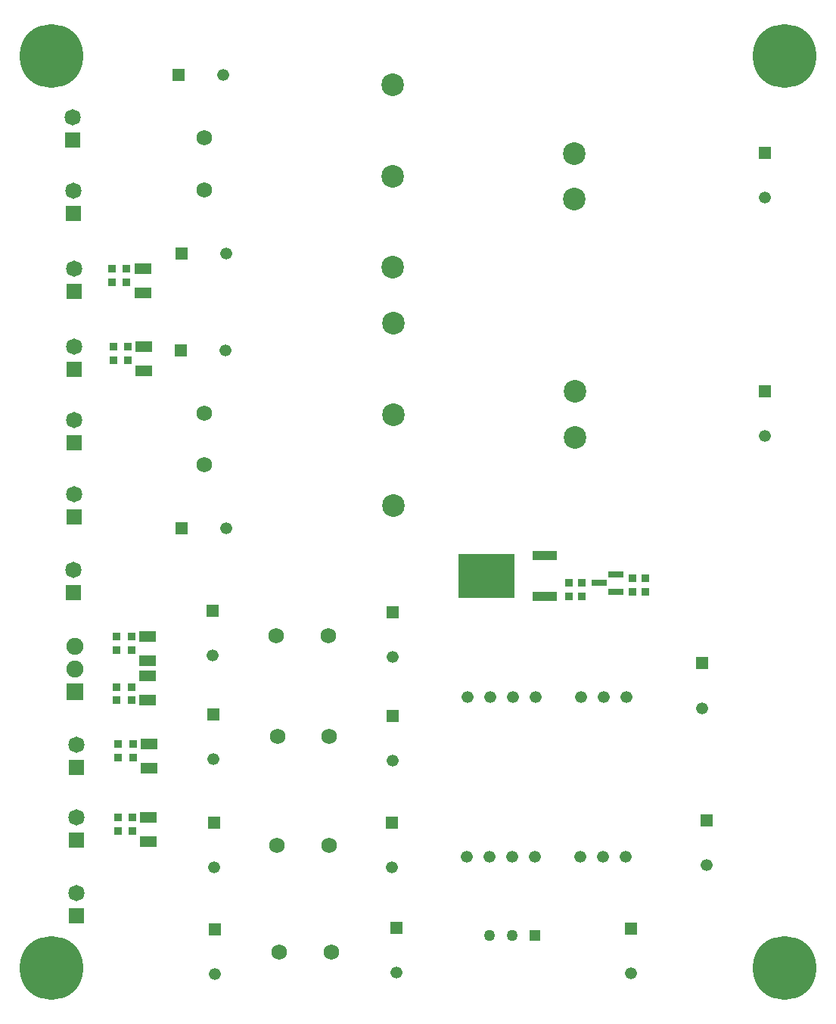
<source format=gbr>
G04 Layer_Color=8388736*
%FSLAX45Y45*%
%MOMM*%
%TF.FileFunction,Soldermask,Top*%
%TF.Part,Single*%
G01*
G75*
%TA.AperFunction,SMDPad,CuDef*%
%ADD31R,0.88000X0.93000*%
%ADD32R,1.73000X0.73000*%
%ADD33R,6.33000X5.03000*%
%ADD34R,2.73000X1.13000*%
%ADD35R,1.83000X1.23000*%
%TA.AperFunction,ComponentPad*%
%ADD36C,2.53000*%
%TA.AperFunction,ViaPad*%
%ADD37C,7.13000*%
%TA.AperFunction,ComponentPad*%
%ADD38C,1.33000*%
%ADD39R,1.26000X1.26000*%
%ADD40C,1.26000*%
%ADD41R,1.33000X1.33000*%
%ADD42C,1.73000*%
%ADD43R,1.82000X1.82000*%
%ADD44C,1.82000*%
%ADD45R,1.91500X1.91500*%
%ADD46C,1.91500*%
%ADD47R,1.33000X1.33000*%
D31*
X7045000Y4607500D02*
D03*
Y4757500D02*
D03*
X6902500Y4607500D02*
D03*
Y4757501D02*
D03*
X6327499Y4552500D02*
D03*
Y4702500D02*
D03*
X6187499D02*
D03*
X6187499Y4552500D02*
D03*
X1137500Y1932500D02*
D03*
Y2082500D02*
D03*
X1301057Y1932019D02*
D03*
X1301057Y2082019D02*
D03*
X1144999Y2750000D02*
D03*
X1144999Y2900000D02*
D03*
X1307499Y2750000D02*
D03*
Y2900000D02*
D03*
X1127499Y3952500D02*
D03*
X1127499Y4102500D02*
D03*
X1289999Y3952500D02*
D03*
X1289999Y4102501D02*
D03*
X1127499Y3392500D02*
D03*
X1127499Y3542500D02*
D03*
X1290000Y3392500D02*
D03*
Y3542500D02*
D03*
X1087500Y7197500D02*
D03*
X1087500Y7347500D02*
D03*
X1250001Y7197500D02*
D03*
X1250000Y7347500D02*
D03*
X1074999Y8070000D02*
D03*
X1074999Y8220000D02*
D03*
X1237499Y8070000D02*
D03*
X1237499Y8220000D02*
D03*
D32*
X6710000Y4607500D02*
D03*
Y4797500D02*
D03*
X6529999Y4702500D02*
D03*
D33*
X5267499Y4782500D02*
D03*
D34*
X5917499Y5012500D02*
D03*
Y4552500D02*
D03*
D35*
X1482500Y2082500D02*
D03*
Y1812500D02*
D03*
X1487499Y2902500D02*
D03*
Y2632500D02*
D03*
X1474999Y3665000D02*
D03*
Y3395000D02*
D03*
X1472499Y4105000D02*
D03*
Y3835000D02*
D03*
X1432501Y7347500D02*
D03*
Y7077500D02*
D03*
X1419999Y8220000D02*
D03*
Y7950001D02*
D03*
D36*
X4227500Y6590000D02*
D03*
X4227500Y5570000D02*
D03*
Y7610000D02*
D03*
X6257500Y6335000D02*
D03*
Y6844999D02*
D03*
X4217500Y9255000D02*
D03*
X4217500Y8235000D02*
D03*
Y10275000D02*
D03*
X6247500Y9000000D02*
D03*
X6247500Y9510000D02*
D03*
D37*
X8600000Y10600000D02*
D03*
Y400000D02*
D03*
X400000D02*
D03*
Y10600000D02*
D03*
D38*
X5045999Y1640000D02*
D03*
X5300000Y1640000D02*
D03*
X5554000Y1640000D02*
D03*
X5808000D02*
D03*
X6316000D02*
D03*
X6570000Y1640000D02*
D03*
X6824000Y1640000D02*
D03*
X4255000Y342500D02*
D03*
X2212500Y1525000D02*
D03*
X2207501Y2729999D02*
D03*
X8382500Y6350000D02*
D03*
X5051000Y3427500D02*
D03*
X5305000D02*
D03*
X5559000Y3427500D02*
D03*
X5813000D02*
D03*
X6321000D02*
D03*
X6575000Y3427500D02*
D03*
X6829000Y3427500D02*
D03*
X8382500Y9012500D02*
D03*
X2227500Y327500D02*
D03*
X6885000Y337500D02*
D03*
X4202500Y1520000D02*
D03*
X7730000Y1545000D02*
D03*
X2200000Y3890000D02*
D03*
X4215000Y2717500D02*
D03*
Y3877500D02*
D03*
X7680000Y3305000D02*
D03*
X2352500Y5320000D02*
D03*
X2345000Y7310000D02*
D03*
X2350000Y8390000D02*
D03*
X2322501Y10390000D02*
D03*
D39*
X5802500Y765000D02*
D03*
D40*
X5548500D02*
D03*
X5294500D02*
D03*
D41*
X4255000Y842500D02*
D03*
X2212500Y2025001D02*
D03*
X2207501Y3230000D02*
D03*
X8382500Y6850000D02*
D03*
Y9512500D02*
D03*
X2227500Y827500D02*
D03*
X6885000Y837500D02*
D03*
X4202500Y2020001D02*
D03*
X7730000Y2045000D02*
D03*
X2200000Y4390000D02*
D03*
X4215000Y3217500D02*
D03*
Y4377500D02*
D03*
X7680000Y3805000D02*
D03*
D42*
X2922500Y1770000D02*
D03*
X3502500Y1770000D02*
D03*
X2102500Y6025001D02*
D03*
Y6605000D02*
D03*
X2105000Y9102500D02*
D03*
Y9682500D02*
D03*
X3507500Y2985000D02*
D03*
X2927500D02*
D03*
X2912500Y4115000D02*
D03*
X3492500D02*
D03*
X2947500Y577500D02*
D03*
X3527500D02*
D03*
D43*
X646500Y7970001D02*
D03*
X636500Y9662500D02*
D03*
X644500Y8840500D02*
D03*
X674000Y981001D02*
D03*
X644500Y4598000D02*
D03*
X646500Y5446000D02*
D03*
X652000Y6275500D02*
D03*
X676499Y1828501D02*
D03*
X671999Y2643001D02*
D03*
X649500Y7093001D02*
D03*
D44*
X646500Y8224001D02*
D03*
X636500Y9916500D02*
D03*
X644500Y9094500D02*
D03*
X674000Y1235001D02*
D03*
X644500Y4852000D02*
D03*
X646500Y5700000D02*
D03*
X652000Y6529500D02*
D03*
X676500Y2082500D02*
D03*
X671999Y2897000D02*
D03*
X649500Y7347001D02*
D03*
D45*
X654999Y3486000D02*
D03*
D46*
Y3994000D02*
D03*
Y3740000D02*
D03*
D47*
X1852500Y5320000D02*
D03*
X1845000Y7310000D02*
D03*
X1850000Y8390000D02*
D03*
X1822500Y10390000D02*
D03*
%TF.MD5,d05aba2913281c585272e1220a253bf6*%
M02*

</source>
